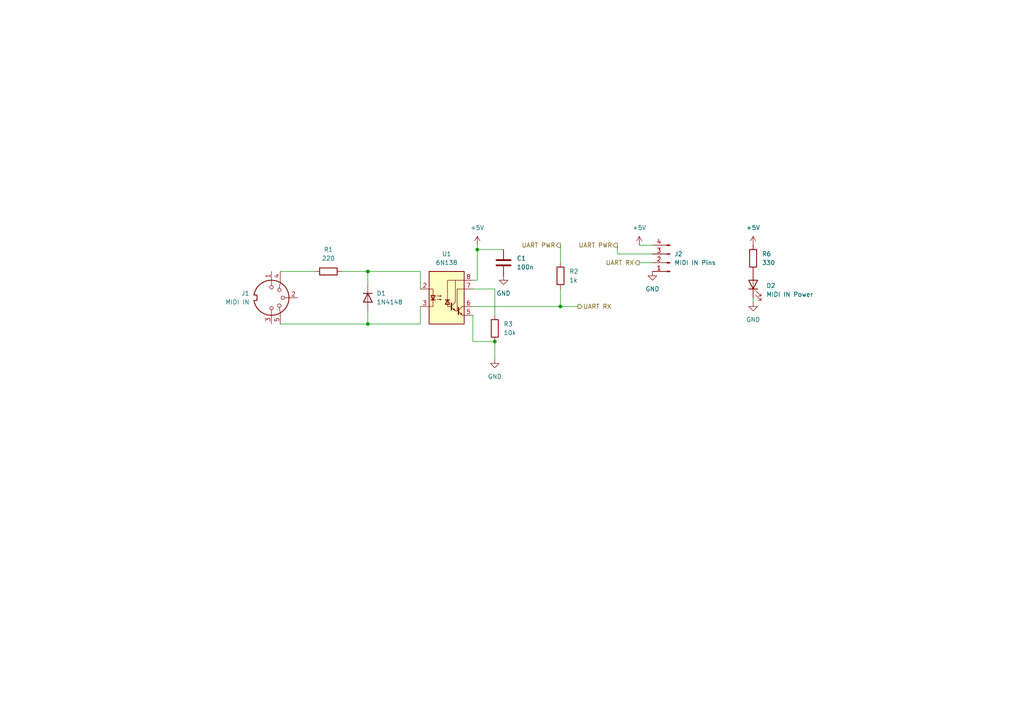
<source format=kicad_sch>
(kicad_sch (version 20230121) (generator eeschema)
  (paper "A4")
  (lib_symbols
    (symbol "Connector:Conn_01x04_Pin" (pin_names (offset 1.016) hide)
      (property "Reference" "J" (at 0 5.08 0))
      (property "Value" "Conn_01x04_Pin" (at 0 -7.62 0))
      (symbol "Conn_01x04_Pin_1_1"
        (polyline (pts (xy 1.27 -5.08) (xy 0.8636 -5.08)) (stroke (width 0.1524)))
        (polyline (pts (xy 1.27 -2.54) (xy 0.8636 -2.54)) (stroke (width 0.1524)))
        (polyline (pts (xy 1.27 0) (xy 0.8636 0)) (stroke (width 0.1524)))
        (polyline (pts (xy 1.27 2.54) (xy 0.8636 2.54)) (stroke (width 0.1524)))
        (rectangle (start 0.8636 -4.953) (end 0 -5.207) (stroke (width 0.1524)) (fill (type outline)))
        (rectangle (start 0.8636 -2.413) (end 0 -2.667) (stroke (width 0.1524)) (fill (type outline)))
        (rectangle (start 0.8636 0.127) (end 0 -0.127) (stroke (width 0.1524)) (fill (type outline)))
        (rectangle (start 0.8636 2.667) (end 0 2.413) (stroke (width 0.1524)) (fill (type outline)))
        (pin passive line (at 5.08 2.54 180) (length 3.81) (name "Pin_1") (number "1"))
        (pin passive line (at 5.08 0 180) (length 3.81) (name "Pin_2") (number "2"))
        (pin passive line (at 5.08 -2.54 180) (length 3.81) (name "Pin_3") (number "3"))
        (pin passive line (at 5.08 -5.08 180) (length 3.81) (name "Pin_4") (number "4"))
      )
    )
    (symbol "Connector:DIN-5_180degree" (pin_names (offset 1.016))
      (property "Reference" "J" (at 3.175 5.715 0))
      (property "Value" "DIN-5_180degree" (at 0 -6.35 0))
      (symbol "DIN-5_180degree_0_1"
        (arc (start -5.08 0) (mid -3.8609 -3.3364) (end -0.762 -5.08) (stroke (width 0.254)))
        (circle (center -3.048 0) (radius 0.508))
        (circle (center -2.286 2.286) (radius 0.508))
        (polyline (pts (xy -5.08 0) (xy -3.556 0)))
        (polyline (pts (xy 0 5.08) (xy 0 3.81)))
        (polyline (pts (xy 5.08 0) (xy 3.556 0)))
        (polyline (pts (xy -5.08 2.54) (xy -4.318 2.54) (xy -2.794 2.286)))
        (polyline (pts (xy 5.08 2.54) (xy 4.318 2.54) (xy 2.794 2.286)))
        (polyline (pts (xy -0.762 -4.953) (xy -0.762 -4.191) (xy 0.762 -4.191) (xy 0.762 -4.953)) (stroke (width 0.254)))
        (circle (center 0 3.302) (radius 0.508))
        (arc (start 0.762 -5.08) (mid 3.8685 -3.343) (end 5.08 0) (stroke (width 0.254)))
        (circle (center 2.286 2.286) (radius 0.508))
        (circle (center 3.048 0) (radius 0.508))
        (arc (start 5.08 0) (mid 0 5.0579) (end -5.08 0) (stroke (width 0.254)))
      )
      (symbol "DIN-5_180degree_1_1"
        (pin passive line (at -7.62 0 0) (length 2.54) (name "~") (number "1"))
        (pin passive line (at 0 7.62 270) (length 2.54) (name "~") (number "2"))
        (pin passive line (at 7.62 0 180) (length 2.54) (name "~") (number "3"))
        (pin passive line (at -7.62 2.54 0) (length 2.54) (name "~") (number "4"))
        (pin passive line (at 7.62 2.54 180) (length 2.54) (name "~") (number "5"))
      )
    )
    (symbol "Device:C" (pin_numbers hide) (pin_names (offset 0.254))
      (property "Reference" "C" (at 0.635 2.54 0))
      (property "Value" "C" (at 0.635 -2.54 0))
      (symbol "C_0_1"
        (polyline (pts (xy -2.032 -0.762) (xy 2.032 -0.762)) (stroke (width 0.508)))
        (polyline (pts (xy -2.032 0.762) (xy 2.032 0.762)) (stroke (width 0.508)))
      )
      (symbol "C_1_1"
        (pin passive line (at 0 3.81 270) (length 2.794) (name "~") (number "1"))
        (pin passive line (at 0 -3.81 90) (length 2.794) (name "~") (number "2"))
      )
    )
    (symbol "Device:LED" (pin_numbers hide) (pin_names (offset 1.016) hide)
      (property "Reference" "D" (at 0 2.54 0))
      (property "Value" "LED" (at 0 -2.54 0))
      (symbol "LED_0_1"
        (polyline (pts (xy -1.27 -1.27) (xy -1.27 1.27)) (stroke (width 0.254)))
        (polyline (pts (xy -1.27 0) (xy 1.27 0)))
        (polyline (pts (xy 1.27 -1.27) (xy 1.27 1.27) (xy -1.27 0) (xy 1.27 -1.27)) (stroke (width 0.254)))
        (polyline (pts (xy -3.048 -0.762) (xy -4.572 -2.286) (xy -3.81 -2.286) (xy -4.572 -2.286) (xy -4.572 -1.524)))
        (polyline (pts (xy -1.778 -0.762) (xy -3.302 -2.286) (xy -2.54 -2.286) (xy -3.302 -2.286) (xy -3.302 -1.524)))
      )
      (symbol "LED_1_1"
        (pin passive line (at -3.81 0 0) (length 2.54) (name "K") (number "1"))
        (pin passive line (at 3.81 0 180) (length 2.54) (name "A") (number "2"))
      )
    )
    (symbol "Device:R" (pin_numbers hide) (pin_names (offset 0))
      (property "Reference" "R" (at 2.032 0 90))
      (property "Value" "R" (at 0 0 90))
      (symbol "R_0_1"
        (rectangle (start -1.016 -2.54) (end 1.016 2.54) (stroke (width 0.254)))
      )
      (symbol "R_1_1"
        (pin passive line (at 0 3.81 270) (length 1.27) (name "~") (number "1"))
        (pin passive line (at 0 -3.81 90) (length 1.27) (name "~") (number "2"))
      )
    )
    (symbol "Diode:1N4148" (pin_numbers hide) (pin_names hide)
      (property "Reference" "D" (at 0 2.54 0))
      (property "Value" "1N4148" (at 0 -2.54 0))
      (symbol "1N4148_0_1"
        (polyline (pts (xy -1.27 1.27) (xy -1.27 -1.27)) (stroke (width 0.254)))
        (polyline (pts (xy 1.27 0) (xy -1.27 0)))
        (polyline (pts (xy 1.27 1.27) (xy 1.27 -1.27) (xy -1.27 0) (xy 1.27 1.27)) (stroke (width 0.254)))
      )
      (symbol "1N4148_1_1"
        (pin passive line (at -3.81 0 0) (length 2.54) (name "K") (number "1"))
        (pin passive line (at 3.81 0 180) (length 2.54) (name "A") (number "2"))
      )
    )
    (symbol "Isolator:6N138" (pin_names (offset 1.016) hide)
      (property "Reference" "U" (at -4.064 8.89 0))
      (property "Value" "6N138" (at 2.286 8.89 0))
      (symbol "6N138_0_1"
        (rectangle (start -5.08 7.62) (end 5.08 -7.62) (stroke (width 0.254)) (fill (type background)))
        (polyline (pts (xy -4.572 -0.635) (xy -3.302 -0.635)) (stroke (width 0.254)))
        (polyline (pts (xy 0.889 -0.635) (xy -0.381 -0.635)) (stroke (width 0.254)))
        (polyline (pts (xy 1.397 -2.667) (xy 2.54 -3.81)))
        (polyline (pts (xy 1.397 -2.413) (xy 2.54 -1.27)))
        (polyline (pts (xy 2.54 -3.81) (xy 3.175 -3.81)))
        (polyline (pts (xy 3.429 -3.937) (xy 4.572 -5.08)))
        (polyline (pts (xy 3.429 -3.683) (xy 4.572 -2.54)))
        (polyline (pts (xy 4.572 -5.08) (xy 5.08 -5.08)))
        (polyline (pts (xy 4.572 -2.54) (xy 5.08 -2.54)))
        (polyline (pts (xy 1.397 -1.524) (xy 1.397 -3.556) (xy 1.397 -3.556)) (stroke (width 0.3556)))
        (polyline (pts (xy 2.54 -1.27) (xy 2.54 5.08) (xy 5.08 5.08)))
        (polyline (pts (xy 3.429 -2.794) (xy 3.429 -4.826) (xy 3.429 -4.826)) (stroke (width 0.3556)))
        (polyline (pts (xy 5.08 2.54) (xy 3.048 2.54) (xy 3.048 -3.81)))
        (polyline (pts (xy -5.08 -2.54) (xy -3.937 -2.54) (xy -3.937 2.54) (xy -5.08 2.54)))
        (polyline (pts (xy -3.937 -0.635) (xy -4.572 0.635) (xy -3.302 0.635) (xy -3.937 -0.635)) (stroke (width 0.254)))
        (polyline (pts (xy 0.254 -0.635) (xy 0.889 -1.905) (xy -0.381 -1.905) (xy 0.254 -0.635)) (stroke (width 0.254)))
        (polyline (pts (xy 1.27 -2.54) (xy 0.254 -2.54) (xy 0.254 5.08) (xy 2.54 5.08)))
        (polyline (pts (xy 2.413 -3.683) (xy 2.159 -3.175) (xy 1.905 -3.429) (xy 2.413 -3.683)))
        (polyline (pts (xy 4.445 -4.953) (xy 4.191 -4.445) (xy 3.937 -4.699) (xy 4.445 -4.953)))
        (polyline (pts (xy -2.794 -0.508) (xy -1.524 -0.508) (xy -1.905 -0.635) (xy -1.905 -0.381) (xy -1.524 -0.508)))
        (polyline (pts (xy -2.794 0.508) (xy -1.524 0.508) (xy -1.905 0.381) (xy -1.905 0.635) (xy -1.524 0.508)))
      )
      (symbol "6N138_1_1"
        (pin no_connect line (at -5.08 5.08 0) (length 2.54) hide (name "NC") (number "1"))
        (pin passive line (at -7.62 2.54 0) (length 2.54) (name "C1") (number "2"))
        (pin passive line (at -7.62 -2.54 0) (length 2.54) (name "C2") (number "3"))
        (pin no_connect line (at -5.08 -5.08 0) (length 2.54) hide (name "NC") (number "4"))
        (pin passive line (at 7.62 -5.08 180) (length 2.54) (name "GND") (number "5"))
        (pin passive line (at 7.62 -2.54 180) (length 2.54) (name "VO2") (number "6"))
        (pin passive line (at 7.62 2.54 180) (length 2.54) (name "VO1") (number "7"))
        (pin passive line (at 7.62 5.08 180) (length 2.54) (name "VCC") (number "8"))
      )
    )
    (symbol "power:+5V" (power) (pin_names (offset 0))
      (property "Value" "+5V" (at 0 3.556 0))
      (symbol "+5V_0_1"
        (polyline (pts (xy -0.762 1.27) (xy 0 2.54)))
        (polyline (pts (xy 0 0) (xy 0 2.54)))
        (polyline (pts (xy 0 2.54) (xy 0.762 1.27)))
      )
      (symbol "+5V_1_1"
        (pin power_in line (at 0 0 90) (length 0) hide (name "+5V") (number "1"))
      )
    )
    (symbol "power:GND" (power) (pin_names (offset 0))
      (property "Value" "GND" (at 0 -3.81 0))
      (symbol "GND_0_1"
        (polyline (pts (xy 0 0) (xy 0 -1.27) (xy 1.27 -1.27) (xy 0 -2.54) (xy -1.27 -1.27) (xy 0 -1.27)))
      )
      (symbol "GND_1_1"
        (pin power_in line (at 0 0 270) (length 0) hide (name "GND") (number "1"))
      )
    )
  )
  (junction (at 106.68 93.98))
  (junction (at 143.51 99.06))
  (junction (at 106.68 78.74))
  (junction (at 162.56 88.9))
  (junction (at 138.43 72.39))
  (wire (pts (xy 121.92 83.82) (xy 121.92 78.74)))
  (wire (pts (xy 143.51 99.06) (xy 143.51 104.14)))
  (wire (pts (xy 185.42 71.12) (xy 189.23 71.12)))
  (wire (pts (xy 179.07 73.66) (xy 189.23 73.66)))
  (wire (pts (xy 121.92 88.9) (xy 121.92 93.98)))
  (wire (pts (xy 162.56 88.9) (xy 167.64 88.9)))
  (wire (pts (xy 137.16 81.28) (xy 138.43 81.28)))
  (wire (pts (xy 99.06 78.74) (xy 106.68 78.74)))
  (wire (pts (xy 81.28 78.74) (xy 91.44 78.74)))
  (wire (pts (xy 185.42 76.2) (xy 189.23 76.2)))
  (wire (pts (xy 137.16 99.06) (xy 143.51 99.06)))
  (wire (pts (xy 143.51 91.44) (xy 143.51 83.82)))
  (wire (pts (xy 138.43 71.12) (xy 138.43 72.39)))
  (wire (pts (xy 137.16 91.44) (xy 137.16 99.06)))
  (wire (pts (xy 137.16 88.9) (xy 162.56 88.9)))
  (wire (pts (xy 121.92 78.74) (xy 106.68 78.74)))
  (wire (pts (xy 138.43 72.39) (xy 138.43 81.28)))
  (wire (pts (xy 179.07 71.12) (xy 179.07 73.66)))
  (wire (pts (xy 143.51 83.82) (xy 137.16 83.82)))
  (wire (pts (xy 106.68 78.74) (xy 106.68 82.55)))
  (wire (pts (xy 218.44 86.36) (xy 218.44 87.63)))
  (wire (pts (xy 106.68 90.17) (xy 106.68 93.98)))
  (wire (pts (xy 106.68 93.98) (xy 81.28 93.98)))
  (wire (pts (xy 162.56 71.12) (xy 162.56 76.2)))
  (wire (pts (xy 121.92 93.98) (xy 106.68 93.98)))
  (wire (pts (xy 138.43 72.39) (xy 146.05 72.39)))
  (wire (pts (xy 162.56 83.82) (xy 162.56 88.9)))
  (hierarchical_label "UART RX" (shape output) (at 167.64 88.9 0))
  (hierarchical_label "UART PWR" (shape output) (at 179.07 71.12 180))
  (hierarchical_label "UART PWR" (shape output) (at 162.56 71.12 180))
  (hierarchical_label "UART RX" (shape output) (at 185.42 76.2 180))
  (symbol (lib_id "Device:R") (at 218.44 74.93 180) (unit 1)
    (property "Reference" "R6" (at 220.98 73.66 0) (effects (justify right)))
    (property "Value" "330" (at 220.98 76.2 0) (effects (justify right)))
    (property "Footprint" "Resistor_THT:R_Axial_DIN0204_L3.6mm_D1.6mm_P7.62mm_Horizontal" (effects hide))
  )
  (symbol (lib_id "Device:R") (at 162.56 80.01 180) (unit 1)
    (property "Reference" "R2" (at 165.1 78.74 0) (effects (justify right)))
    (property "Value" "1k" (at 165.1 81.28 0) (effects (justify right)))
    (property "Footprint" "Resistor_THT:R_Axial_DIN0204_L3.6mm_D1.6mm_P7.62mm_Horizontal" (effects hide))
    (instances (project "midi-in" (path "" (reference "R2") (unit 1)) (path "" (reference "R3") (unit 1))))
  )
  (symbol (lib_id "Isolator:6N138") (at 129.54 86.36 0) (unit 1)
    (property "Reference" "U1" (at 129.54 73.66 0))
    (property "Value" "6N138" (at 129.54 76.2 0))
    (property "Footprint" "Package_DIP:DIP-8_W7.62mm" (effects hide))
    (property "Datasheet" "http://www.onsemi.com/pub/Collateral/HCPL2731-D.pdf" (effects hide))
  )
  (symbol (lib_id "power:+5V") (at 218.44 71.12 0) (unit 1)
    (property "Reference" "#PWR014" (effects hide))
    (property "Value" "+5V" (at 218.44 66.04 0))
    (instances (project "midi-in" (path "" (reference "#PWR014") (unit 1)) (path "" (reference "#PWR06") (unit 1))))
  )
  (symbol (lib_id "power:GND") (at 146.05 80.01 0) (unit 1)
    (property "Reference" "#PWR03" (effects hide))
    (property "Value" "GND" (at 146.05 85.09 0))
  )
  (symbol (lib_id "power:GND") (at 143.51 104.14 0) (unit 1)
    (property "Reference" "#PWR02" (effects hide))
    (property "Value" "GND" (at 143.51 109.22 0))
  )
  (symbol (lib_id "power:GND") (at 218.44 87.63 0) (unit 1)
    (property "Reference" "#PWR015" (effects hide))
    (property "Value" "GND" (at 218.44 92.71 0))
    (instances (project "midi-in" (path "" (reference "#PWR015") (unit 1)) (path "" (reference "#PWR07") (unit 1))))
  )
  (symbol (lib_id "Connector:Conn_01x04_Pin") (at 194.31 76.2 180) (unit 1)
    (property "Reference" "J2" (at 195.58 73.66 0) (effects (justify right)))
    (property "Value" "MIDI IN Pins" (at 195.58 76.2 0) (effects (justify right)))
    (property "Footprint" "Connector_PinHeader_2.54mm:PinHeader_1x04_P2.54mm_Vertical" (effects hide))
  )
  (symbol (lib_id "power:GND") (at 189.23 78.74 0) (unit 1)
    (property "Reference" "#PWR05" (effects hide))
    (property "Value" "GND" (at 189.23 83.82 0))
  )
  (symbol (lib_id "Device:LED") (at 218.44 82.55 90) (unit 1)
    (property "Reference" "D2" (at 222.25 82.8675 90) (effects (justify right)))
    (property "Value" "MIDI IN Power" (at 222.25 85.4075 90) (effects (justify right)))
  )
  (symbol (lib_id "Connector:DIN-5_180degree") (at 78.74 86.36 270) (unit 1)
    (property "Reference" "J1" (at 72.39 85.0901 90) (effects (justify right)))
    (property "Value" "MIDI IN" (at 72.39 87.6301 90) (effects (justify right)))
    (property "Footprint" "Connector_PinHeader_2.54mm:PinHeader_1x05_P2.54mm_Vertical" (effects hide))
    (property "Datasheet" "http://www.mouser.com/ds/2/18/40_c091_abd_e-75918.pdf" (effects hide))
  )
  (symbol (lib_id "Device:R") (at 143.51 95.25 180) (unit 1)
    (property "Reference" "R3" (at 146.05 93.98 0) (effects (justify right)))
    (property "Value" "10k" (at 146.05 96.52 0) (effects (justify right)))
    (property "Footprint" "Resistor_THT:R_Axial_DIN0204_L3.6mm_D1.6mm_P7.62mm_Horizontal" (effects hide))
    (instances (project "midi-in" (path "" (reference "R3") (unit 1)) (path "" (reference "R2") (unit 1))))
  )
  (symbol (lib_id "Device:C") (at 146.05 76.2 180) (unit 1)
    (property "Reference" "C1" (at 149.86 74.93 0) (effects (justify right)))
    (property "Value" "100n" (at 149.86 77.47 0) (effects (justify right)))
    (property "Footprint" "Capacitor_THT:C_Disc_D4.7mm_W2.5mm_P5.00mm" (effects hide))
  )
  (symbol (lib_id "Diode:1N4148") (at 106.68 86.36 270) (unit 1)
    (property "Reference" "D1" (at 109.22 85.09 90) (effects (justify left)))
    (property "Value" "1N4148" (at 109.22 87.63 90) (effects (justify left)))
    (property "Footprint" "Diode_THT:D_DO-35_SOD27_P7.62mm_Horizontal" (effects hide))
    (property "Datasheet" "https://assets.nexperia.com/documents/data-sheet/1N4148_1N4448.pdf" (effects hide))
    (property "Sim.Device" "D" (effects hide))
    (property "Sim.Pins" "1=K 2=A" (effects hide))
  )
  (symbol (lib_id "power:+5V") (at 185.42 71.12 0) (unit 1)
    (property "Reference" "#PWR06" (effects hide))
    (property "Value" "+5V" (at 185.42 66.04 0))
    (instances (project "midi-in" (path "" (reference "#PWR06") (unit 1)) (path "" (reference "#PWR04") (unit 1))))
  )
  (symbol (lib_id "Device:R") (at 95.25 78.74 90) (unit 1)
    (property "Reference" "R1" (at 95.25 72.39 90))
    (property "Value" "220" (at 95.25 74.93 90))
    (property "Footprint" "Resistor_THT:R_Axial_DIN0204_L3.6mm_D1.6mm_P7.62mm_Horizontal" (effects hide))
  )
  (symbol (lib_id "power:+5V") (at 138.43 71.12 0) (unit 1)
    (property "Reference" "#PWR01" (effects hide))
    (property "Value" "+5V" (at 138.43 66.04 0))
  )
)
</source>
